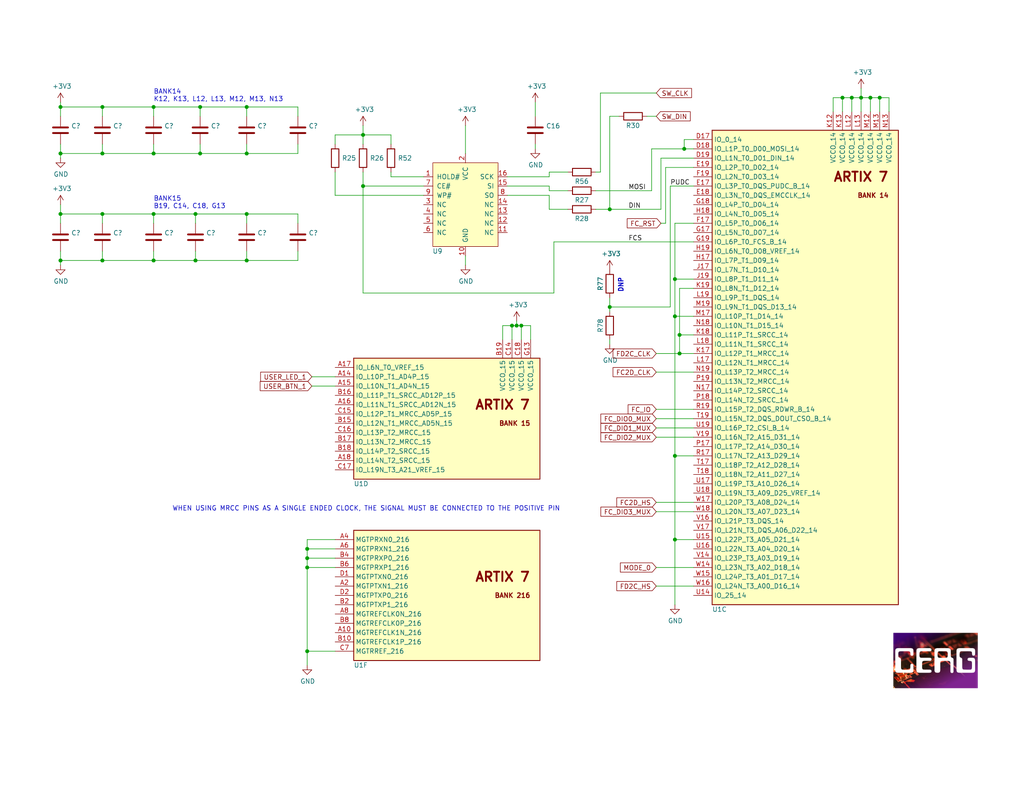
<source format=kicad_sch>
(kicad_sch (version 20211123) (generator eeschema)
  (paper "USLetter")
  (title_block (title "FOBOS Artix-7 a12t DUT - FPGA ") (date "2020-07-28") (rev "1.0") (company "Cryptographic Engineering Research Group") (comment 1 "License: Apache License Version 2.0") (comment 2 "Copyright © Cryptographic Engineering Research Group") (comment 3 "Author: Jens-Peter Kaps, Eddie Ferrufino") (comment 4 "Project: FOBOS Artix-7 a12t DUT"))
  (lib_symbols
    (symbol "Device:C" (pin_numbers hide) (pin_names (offset 0.254))
      (property "Reference" "C" (at 0.635 2.54 0))
      (property "Value" "C" (at 0.635 -2.54 0))
      (symbol "C_0_1"
        (polyline (pts (xy -2.032 -0.762) (xy 2.032 -0.762)) (stroke (width 0.508)))
        (polyline (pts (xy -2.032 0.762) (xy 2.032 0.762)) (stroke (width 0.508)))
      )
      (symbol "C_1_1"
        (pin passive line (at 0 3.81 270) (length 2.794) (name "~") (number "1"))
        (pin passive line (at 0 -3.81 90) (length 2.794) (name "~") (number "2"))
      )
    )
    (symbol "Device:R" (pin_numbers hide) (pin_names (offset 0))
      (property "Reference" "R" (at 2.032 0 90))
      (property "Value" "R" (at 0 0 90))
      (symbol "R_0_1"
        (rectangle (start -1.016 -2.54) (end 1.016 2.54) (stroke (width 0.254)))
      )
      (symbol "R_1_1"
        (pin passive line (at 0 3.81 270) (length 1.27) (name "~") (number "1"))
        (pin passive line (at 0 -3.81 90) (length 1.27) (name "~") (number "2"))
      )
    )
    (symbol "cerg:IS25LP256D-JMLE" (pin_names (offset 1.016))
      (property "Reference" "U" (at 1.27 1.27 0))
      (property "Value" "IS25LP256D-JMLE" (at 19.05 -24.13 0))
      (symbol "IS25LP256D-JMLE_0_1"
        (rectangle (start 0 0) (end 17.78 -22.86) (fill (type background)))
      )
      (symbol "IS25LP256D-JMLE_1_1"
        (pin passive line (at -2.54 -3.81 0) (length 2.54) (name "HOLD#") (number "1"))
        (pin passive line (at 8.89 -25.4 90) (length 2.54) (name "GND") (number "10"))
        (pin passive line (at 20.32 -19.05 180) (length 2.54) (name "NC") (number "11"))
        (pin passive line (at 20.32 -16.51 180) (length 2.54) (name "NC") (number "12"))
        (pin passive line (at 20.32 -13.97 180) (length 2.54) (name "NC") (number "13"))
        (pin passive line (at 20.32 -11.43 180) (length 2.54) (name "NC") (number "14"))
        (pin passive line (at 20.32 -6.35 180) (length 2.54) (name "SI") (number "15"))
        (pin passive line (at 20.32 -3.81 180) (length 2.54) (name "SCK") (number "16"))
        (pin passive line (at 8.89 2.54 270) (length 2.54) (name "VCC") (number "2"))
        (pin passive line (at -2.54 -11.43 0) (length 2.54) (name "NC") (number "3"))
        (pin passive line (at -2.54 -13.97 0) (length 2.54) (name "NC") (number "4"))
        (pin passive line (at -2.54 -16.51 0) (length 2.54) (name "NC") (number "5"))
        (pin passive line (at -2.54 -19.05 0) (length 2.54) (name "NC") (number "6"))
        (pin passive line (at -2.54 -6.35 0) (length 2.54) (name "CE#") (number "7"))
        (pin passive line (at 20.32 -8.89 180) (length 2.54) (name "SO") (number "8"))
        (pin passive line (at -2.54 -8.89 0) (length 2.54) (name "WP#") (number "9"))
      )
    )
    (symbol "cerg:XC7A12T-CPG238"
      (property "Reference" "U" (at 5.08 7.62 0))
      (property "Value" "XC7A12T-CPG238" (at 5.08 5.08 0))
      (symbol "XC7A12T-CPG238_1_0"
        (text "ARTIX 7" (at 30.48 -10.16 0) (effects (font (size 2.54 2.54) bold)))
        (text "POWER" (at 30.48 -15.24 0) (effects (font (size 1.27 1.27) bold)))
        (pin power_in line (at 0 -31.75 0) (length 5.08) (name "GND") (number "A1"))
        (pin power_in line (at 66.04 -36.83 180) (length 5.08) (name "GND") (number "A19"))
        (pin power_in line (at 66.04 -31.75 180) (length 5.08) (name "GND") (number "A3"))
        (pin power_in line (at 0 -34.29 0) (length 5.08) (name "GND") (number "A5"))
        (pin power_in line (at 66.04 -34.29 180) (length 5.08) (name "GND") (number "A7"))
        (pin power_in line (at 0 -36.83 0) (length 5.08) (name "GND") (number "A9"))
        (pin bidirectional line (at 0 -20.32 0) (length 5.08) (name "MGTAVTT") (number "B1"))
        (pin power_in line (at 0 -44.45 0) (length 5.08) (name "GND") (number "B14"))
        (pin power_in line (at 0 -39.37 0) (length 5.08) (name "GND") (number "B3"))
        (pin power_in line (at 66.04 -39.37 180) (length 5.08) (name "GND") (number "B5"))
        (pin power_in line (at 0 -41.91 0) (length 5.08) (name "GND") (number "B7"))
        (pin power_in line (at 66.04 -41.91 180) (length 5.08) (name "GND") (number "B9"))
        (pin power_in line (at 0 -7.62 0) (length 5.08) (name "MGTAVCC") (number "C1"))
        (pin power_in line (at 66.04 -49.53 180) (length 5.08) (name "GND") (number "C10"))
        (pin power_in line (at 0 -52.07 0) (length 5.08) (name "GND") (number "C19"))
        (pin power_in line (at 66.04 -44.45 180) (length 5.08) (name "GND") (number "C2"))
        (pin power_in line (at 0 -46.99 0) (length 5.08) (name "GND") (number "C3"))
        (pin power_in line (at 66.04 -46.99 180) (length 5.08) (name "GND") (number "C4"))
        (pin bidirectional line (at 0 -22.86 0) (length 5.08) (name "MGTAVTT") (number "C5"))
        (pin power_in line (at 0 -49.53 0) (length 5.08) (name "GND") (number "C6"))
        (pin power_in line (at 66.04 -52.07 180) (length 5.08) (name "GND") (number "D3"))
        (pin power_in line (at 0 -10.16 0) (length 5.08) (name "MGTAVCC") (number "E1"))
        (pin bidirectional line (at 0 -17.78 0) (length 5.08) (name "MGTAVTT") (number "E2"))
        (pin power_in line (at 0 -54.61 0) (length 5.08) (name "GND") (number "E3"))
        (pin power_in line (at 66.04 -54.61 180) (length 5.08) (name "GND") (number "F1"))
        (pin power_in line (at 0 -59.69 0) (length 5.08) (name "GND") (number "F18"))
        (pin power_in line (at 0 -57.15 0) (length 5.08) (name "GND") (number "F2"))
        (pin power_in line (at 66.04 -57.15 180) (length 5.08) (name "GND") (number "F3"))
        (pin power_in line (at 66.04 0 180) (length 5.08) (name "VCCINT") (number "G10"))
        (pin power_in line (at 0 -62.23 0) (length 5.08) (name "GND") (number "G11"))
        (pin bidirectional line (at 0 -25.4 0) (length 5.08) (name "MGTAVTT") (number "G7"))
        (pin power_in line (at 66.04 -59.69 180) (length 5.08) (name "GND") (number "G8"))
        (pin power_in line (at 0 -12.7 0) (length 5.08) (name "MGTAVCC") (number "G9"))
        (pin power_in line (at 66.04 -2.54 180) (length 5.08) (name "VCCINT") (number "H10"))
        (pin power_in line (at 66.04 -64.77 180) (length 5.08) (name "GND") (number "H11"))
        (pin power_in line (at 0 -67.31 0) (length 5.08) (name "GND") (number "H12"))
        (pin power_in line (at 0 0 0) (length 5.08) (name "VCCAUX") (number "H13"))
        (pin power_in line (at 66.04 -62.23 180) (length 5.08) (name "GND") (number "H7"))
        (pin power_in line (at 0 -64.77 0) (length 5.08) (name "GND") (number "H8"))
        (pin power_in line (at 0 -15.24 0) (length 5.08) (name "MGTAVCC") (number "H9"))
        (pin power_in line (at 66.04 -5.08 180) (length 5.08) (name "VCCINT") (number "J10"))
        (pin power_in line (at 0 -72.39 0) (length 5.08) (name "GND") (number "J11"))
        (pin power_in line (at 66.04 -72.39 180) (length 5.08) (name "GND") (number "J12"))
        (pin power_in line (at 0 -2.54 0) (length 5.08) (name "VCCAUX") (number "J13"))
        (pin power_in line (at 0 -74.93 0) (length 5.08) (name "GND") (number "J18"))
        (pin power_in line (at 66.04 -67.31 180) (length 5.08) (name "GND") (number "J2"))
        (pin power_in line (at 0 -69.85 0) (length 5.08) (name "GND") (number "J8"))
        (pin power_in line (at 66.04 -69.85 180) (length 5.08) (name "GND") (number "J9"))
        (pin power_in line (at 66.04 -74.93 180) (length 5.08) (name "GND") (number "K8"))
        (pin power_in line (at 66.04 -7.62 180) (length 5.08) (name "VCCINT") (number "L10"))
        (pin power_in line (at 0 -80.01 0) (length 5.08) (name "GND") (number "L11"))
        (pin power_in line (at 0 -77.47 0) (length 5.08) (name "GND") (number "L8"))
        (pin power_in line (at 66.04 -77.47 180) (length 5.08) (name "GND") (number "L9"))
        (pin power_in line (at 66.04 -10.16 180) (length 5.08) (name "VCCINT") (number "M10"))
        (pin power_in line (at 66.04 -19.05 180) (length 5.08) (name "VCCBRAM") (number "M11"))
        (pin power_in line (at 66.04 -82.55 180) (length 5.08) (name "GND") (number "M18"))
        (pin power_in line (at 66.04 -80.01 180) (length 5.08) (name "GND") (number "M2"))
        (pin power_in line (at 0 -82.55 0) (length 5.08) (name "GND") (number "M9"))
        (pin power_in line (at 66.04 -12.7 180) (length 5.08) (name "VCCINT") (number "N10"))
        (pin power_in line (at 66.04 -16.51 180) (length 5.08) (name "VCCBRAM") (number "N11"))
        (pin power_in line (at 66.04 -85.09 180) (length 5.08) (name "GND") (number "N12"))
        (pin power_in line (at 0 -85.09 0) (length 5.08) (name "GND") (number "N9"))
        (pin power_in line (at 66.04 -87.63 180) (length 5.08) (name "GND") (number "R18"))
        (pin power_in line (at 0 -87.63 0) (length 5.08) (name "GND") (number "R2"))
        (pin power_in line (at 66.04 -92.71 180) (length 5.08) (name "GND") (number "V12"))
        (pin power_in line (at 0 -95.25 0) (length 5.08) (name "GND") (number "V15"))
        (pin power_in line (at 66.04 -95.25 180) (length 5.08) (name "GND") (number "V18"))
        (pin power_in line (at 0 -90.17 0) (length 5.08) (name "GND") (number "V2"))
        (pin power_in line (at 66.04 -90.17 180) (length 5.08) (name "GND") (number "V5"))
        (pin power_in line (at 0 -92.71 0) (length 5.08) (name "GND") (number "V8"))
        (pin power_in line (at 0 -97.79 0) (length 5.08) (name "GND") (number "W1"))
        (pin power_in line (at 66.04 -97.79 180) (length 5.08) (name "GND") (number "W19"))
      )
      (symbol "XC7A12T-CPG238_1_1"
        (rectangle (start 5.08 -100.33) (end 60.96 2.54) (stroke (width 0.254)) (fill (type background)))
      )
      (symbol "XC7A12T-CPG238_2_0"
        (text "ARTIX 7" (at 53.34 -10.16 0) (effects (font (size 2.54 2.54) bold) (justify right)))
        (text "BANK 0" (at 53.34 -15.24 0) (effects (font (size 1.27 1.27) bold) (justify right)))
        (pin bidirectional line (at 0 -50.8 0) (length 5.08) (name "DXP_0") (number "A11"))
        (pin bidirectional line (at 0 -40.64 0) (length 5.08) (name "VP_0") (number "A12"))
        (pin bidirectional line (at 0 -43.18 0) (length 5.08) (name "VREFN_0") (number "A13"))
        (pin bidirectional line (at 0 -48.26 0) (length 5.08) (name "DXN_0") (number "B11"))
        (pin bidirectional line (at 0 -45.72 0) (length 5.08) (name "VREFP_0") (number "B12"))
        (pin bidirectional line (at 0 -38.1 0) (length 5.08) (name "VN_0") (number "B13"))
        (pin bidirectional line (at 0 -2.54 0) (length 5.08) (name "CCLK_0") (number "C11"))
        (pin power_in line (at 45.72 -57.15 90) (length 5.08) (name "GNDADC_0") (number "C12"))
        (pin power_in line (at 45.72 7.62 270) (length 5.08) (name "VCCADC_0") (number "C13"))
        (pin bidirectional line (at 0 -27.94 0) (length 5.08) (name "TCK_0") (number "C8"))
        (pin power_in line (at 48.26 7.62 270) (length 5.08) (name "VCCBATT_0") (number "C9"))
        (pin power_in line (at 50.8 7.62 270) (length 5.08) (name "VCCO_0") (number "G12"))
        (pin bidirectional line (at 0 -12.7 0) (length 5.08) (name "PROGRAM_B_0") (number "U10"))
        (pin bidirectional line (at 0 -7.62 0) (length 5.08) (name "DONE_0") (number "U11"))
        (pin bidirectional line (at 0 -5.08 0) (length 5.08) (name "CFGBVS_0") (number "U12"))
        (pin bidirectional line (at 0 -22.86 0) (length 5.08) (name "M2_0") (number "U13"))
        (pin bidirectional line (at 0 -33.02 0) (length 5.08) (name "TDO_0") (number "V10"))
        (pin power_in line (at 53.34 7.62 270) (length 5.08) (name "VCCO_0") (number "V11"))
        (pin bidirectional line (at 0 -17.78 0) (length 5.08) (name "M0_0") (number "V13"))
        (pin bidirectional line (at 0 -35.56 0) (length 5.08) (name "TMS_0") (number "W10"))
        (pin bidirectional line (at 0 -30.48 0) (length 5.08) (name "TDI_0") (number "W11"))
        (pin bidirectional line (at 0 -10.16 0) (length 5.08) (name "INIT_B_0") (number "W12"))
        (pin bidirectional line (at 0 -20.32 0) (length 5.08) (name "M1_0") (number "W13"))
      )
      (symbol "XC7A12T-CPG238_2_1"
        (rectangle (start 5.08 -52.07) (end 55.88 2.54) (stroke (width 0.254)) (fill (type background)))
      )
      (symbol "XC7A12T-CPG238_3_0"
        (rectangle (start 5.08 2.54) (end 55.88 -127) (stroke (width 0.254)) (fill (type background)))
        (text "ARTIX 7" (at 53.34 -10.16 0) (effects (font (size 2.54 2.54) bold) (justify right)))
        (text "BANK 14" (at 53.34 -15.24 0) (effects (font (size 1.27 1.27) bold) (justify right)))
        (pin bidirectional line (at 0 0 0) (length 5.08) (name "IO_0_14") (number "D17"))
        (pin bidirectional line (at 0 -2.54 0) (length 5.08) (name "IO_L1P_T0_D00_MOSI_14") (number "D18"))
        (pin bidirectional line (at 0 -5.08 0) (length 5.08) (name "IO_L1N_T0_D01_DIN_14") (number "D19"))
        (pin bidirectional line (at 0 -12.7 0) (length 5.08) (name "IO_L3P_T0_DQS_PUDC_B_14") (number "E17"))
        (pin bidirectional line (at 0 -15.24 0) (length 5.08) (name "IO_L3N_T0_DQS_EMCCLK_14") (number "E18"))
        (pin bidirectional line (at 0 -7.62 0) (length 5.08) (name "IO_L2P_T0_D02_14") (number "E19"))
        (pin bidirectional line (at 0 -22.86 0) (length 5.08) (name "IO_L5P_T0_D06_14") (number "F17"))
        (pin bidirectional line (at 0 -10.16 0) (length 5.08) (name "IO_L2N_T0_D03_14") (number "F19"))
        (pin bidirectional line (at 0 -25.4 0) (length 5.08) (name "IO_L5N_T0_D07_14") (number "G17"))
        (pin bidirectional line (at 0 -17.78 0) (length 5.08) (name "IO_L4P_T0_D04_14") (number "G18"))
        (pin bidirectional line (at 0 -27.94 0) (length 5.08) (name "IO_L6P_T0_FCS_B_14") (number "G19"))
        (pin bidirectional line (at 0 -33.02 0) (length 5.08) (name "IO_L7P_T1_D09_14") (number "H17"))
        (pin bidirectional line (at 0 -20.32 0) (length 5.08) (name "IO_L4N_T0_D05_14") (number "H18"))
        (pin bidirectional line (at 0 -30.48 0) (length 5.08) (name "IO_L6N_T0_D08_VREF_14") (number "H19"))
        (pin bidirectional line (at 0 -35.56 0) (length 5.08) (name "IO_L7N_T1_D10_14") (number "J17"))
        (pin bidirectional line (at 0 -38.1 0) (length 5.08) (name "IO_L8P_T1_D11_14") (number "J19"))
        (pin power_in line (at 38.1 7.62 270) (length 5.08) (name "VCCO_14") (number "K12"))
        (pin power_in line (at 40.64 7.62 270) (length 5.08) (name "VCCO_14") (number "K13"))
        (pin bidirectional line (at 0 -58.42 0) (length 5.08) (name "IO_L12P_T1_MRCC_14") (number "K17"))
        (pin bidirectional line (at 0 -53.34 0) (length 5.08) (name "IO_L11P_T1_SRCC_14") (number "K18"))
        (pin bidirectional line (at 0 -40.64 0) (length 5.08) (name "IO_L8N_T1_D12_14") (number "K19"))
        (pin power_in line (at 43.18 7.62 270) (length 5.08) (name "VCCO_14") (number "L12"))
        (pin power_in line (at 45.72 7.62 270) (length 5.08) (name "VCCO_14") (number "L13"))
        (pin bidirectional line (at 0 -60.96 0) (length 5.08) (name "IO_L12N_T1_MRCC_14") (number "L17"))
        (pin bidirectional line (at 0 -55.88 0) (length 5.08) (name "IO_L11N_T1_SRCC_14") (number "L18"))
        (pin bidirectional line (at 0 -43.18 0) (length 5.08) (name "IO_L9P_T1_DQS_14") (number "L19"))
        (pin power_in line (at 48.26 7.62 270) (length 5.08) (name "VCCO_14") (number "M12"))
        (pin power_in line (at 50.8 7.62 270) (length 5.08) (name "VCCO_14") (number "M13"))
        (pin bidirectional line (at 0 -48.26 0) (length 5.08) (name "IO_L10P_T1_D14_14") (number "M17"))
        (pin bidirectional line (at 0 -45.72 0) (length 5.08) (name "IO_L9N_T1_DQS_D13_14") (number "M19"))
        (pin power_in line (at 53.34 7.62 270) (length 5.08) (name "VCCO_14") (number "N13"))
        (pin bidirectional line (at 0 -68.58 0) (length 5.08) (name "IO_L14P_T2_SRCC_14") (number "N17"))
        (pin bidirectional line (at 0 -50.8 0) (length 5.08) (name "IO_L10N_T1_D15_14") (number "N18"))
        (pin bidirectional line (at 0 -63.5 0) (length 5.08) (name "IO_L13P_T2_MRCC_14") (number "N19"))
        (pin bidirectional line (at 0 -83.82 0) (length 5.08) (name "IO_L17P_T2_A14_D30_14") (number "P17"))
        (pin bidirectional line (at 0 -71.12 0) (length 5.08) (name "IO_L14N_T2_SRCC_14") (number "P18"))
        (pin bidirectional line (at 0 -66.04 0) (length 5.08) (name "IO_L13N_T2_MRCC_14") (number "P19"))
        (pin bidirectional line (at 0 -86.36 0) (length 5.08) (name "IO_L17N_T2_A13_D29_14") (number "R17"))
        (pin bidirectional line (at 0 -73.66 0) (length 5.08) (name "IO_L15P_T2_DQS_RDWR_B_14") (number "R19"))
        (pin bidirectional line (at 0 -88.9 0) (length 5.08) (name "IO_L18P_T2_A12_D28_14") (number "T17"))
        (pin bidirectional line (at 0 -91.44 0) (length 5.08) (name "IO_L18N_T2_A11_D27_14") (number "T18"))
        (pin bidirectional line (at 0 -76.2 0) (length 5.08) (name "IO_L15N_T2_DQS_DOUT_CSO_B_14") (number "T19"))
        (pin bidirectional line (at 0 -124.46 0) (length 5.08) (name "IO_25_14") (number "U14"))
        (pin bidirectional line (at 0 -109.22 0) (length 5.08) (name "IO_L22P_T3_A05_D21_14") (number "U15"))
        (pin bidirectional line (at 0 -111.76 0) (length 5.08) (name "IO_L22N_T3_A04_D20_14") (number "U16"))
        (pin bidirectional line (at 0 -93.98 0) (length 5.08) (name "IO_L19P_T3_A10_D26_14") (number "U17"))
        (pin bidirectional line (at 0 -96.52 0) (length 5.08) (name "IO_L19N_T3_A09_D25_VREF_14") (number "U18"))
        (pin bidirectional line (at 0 -78.74 0) (length 5.08) (name "IO_L16P_T2_CSI_B_14") (number "U19"))
        (pin bidirectional line (at 0 -114.3 0) (length 5.08) (name "IO_L23P_T3_A03_D19_14") (number "V14"))
        (pin bidirectional line (at 0 -104.14 0) (length 5.08) (name "IO_L21P_T3_DQS_14") (number "V16"))
        (pin bidirectional line (at 0 -106.68 0) (length 5.08) (name "IO_L21N_T3_DQS_A06_D22_14") (number "V17"))
        (pin bidirectional line (at 0 -81.28 0) (length 5.08) (name "IO_L16N_T2_A15_D31_14") (number "V19"))
        (pin bidirectional line (at 0 -116.84 0) (length 5.08) (name "IO_L23N_T3_A02_D18_14") (number "W14"))
        (pin bidirectional line (at 0 -119.38 0) (length 5.08) (name "IO_L24P_T3_A01_D17_14") (number "W15"))
        (pin bidirectional line (at 0 -121.92 0) (length 5.08) (name "IO_L24N_T3_A00_D16_14") (number "W16"))
        (pin bidirectional line (at 0 -99.06 0) (length 5.08) (name "IO_L20P_T3_A08_D24_14") (number "W17"))
        (pin bidirectional line (at 0 -101.6 0) (length 5.08) (name "IO_L20N_T3_A07_D23_14") (number "W18"))
      )
      (symbol "XC7A12T-CPG238_4_0"
        (rectangle (start 5.08 2.54) (end 55.88 -30.48) (stroke (width 0.254)) (fill (type background)))
        (text "ARTIX 7" (at 53.34 -10.16 0) (effects (font (size 2.54 2.54) bold) (justify right)))
        (text "BANK 15" (at 53.34 -15.24 0) (effects (font (size 1.27 1.27) bold) (justify right)))
        (pin bidirectional line (at 0 -2.54 0) (length 5.08) (name "IO_L10P_T1_AD4P_15") (number "A14"))
        (pin bidirectional line (at 0 -5.08 0) (length 5.08) (name "IO_L10N_T1_AD4N_15") (number "A15"))
        (pin bidirectional line (at 0 -10.16 0) (length 5.08) (name "IO_L11N_T1_SRCC_AD12N_15") (number "A16"))
        (pin bidirectional line (at 0 0 0) (length 5.08) (name "IO_L6N_T0_VREF_15") (number "A17"))
        (pin bidirectional line (at 0 -25.4 0) (length 5.08) (name "IO_L14N_T2_SRCC_15") (number "A18"))
        (pin bidirectional line (at 0 -15.24 0) (length 5.08) (name "IO_L12N_T1_MRCC_AD5N_15") (number "B15"))
        (pin bidirectional line (at 0 -7.62 0) (length 5.08) (name "IO_L11P_T1_SRCC_AD12P_15") (number "B16"))
        (pin bidirectional line (at 0 -20.32 0) (length 5.08) (name "IO_L13N_T2_MRCC_15") (number "B17"))
        (pin bidirectional line (at 0 -22.86 0) (length 5.08) (name "IO_L14P_T2_SRCC_15") (number "B18"))
        (pin power_in line (at 45.72 7.62 270) (length 5.08) (name "VCCO_15") (number "B19"))
        (pin power_in line (at 48.26 7.62 270) (length 5.08) (name "VCCO_15") (number "C14"))
        (pin bidirectional line (at 0 -12.7 0) (length 5.08) (name "IO_L12P_T1_MRCC_AD5P_15") (number "C15"))
        (pin bidirectional line (at 0 -17.78 0) (length 5.08) (name "IO_L13P_T2_MRCC_15") (number "C16"))
        (pin bidirectional line (at 0 -27.94 0) (length 5.08) (name "IO_L19N_T3_A21_VREF_15") (number "C17"))
        (pin power_in line (at 50.8 7.62 270) (length 5.08) (name "VCCO_15") (number "C18"))
        (pin power_in line (at 53.34 7.62 270) (length 5.08) (name "VCCO_15") (number "G13"))
      )
      (symbol "XC7A12T-CPG238_5_0"
        (rectangle (start 5.08 2.54) (end 55.88 -127) (stroke (width 0.254)) (fill (type background)))
        (text "ARTIX 7" (at 53.34 -10.16 0) (effects (font (size 2.54 2.54) bold) (justify right)))
        (text "BANK 34" (at 53.34 -15.24 0) (effects (font (size 1.27 1.27) bold) (justify right)))
        (pin bidirectional line (at 0 -5.08 0) (length 5.08) (name "IO_L1N_T0_34") (number "G1"))
        (pin bidirectional line (at 0 -2.54 0) (length 5.08) (name "IO_L1P_T0_34") (number "G2"))
        (pin bidirectional line (at 0 0 0) (length 5.08) (name "IO_0_34") (number "G3"))
        (pin bidirectional line (at 0 -12.7 0) (length 5.08) (name "IO_L3P_T0_DQS_34") (number "H1"))
        (pin bidirectional line (at 0 -10.16 0) (length 5.08) (name "IO_L2N_T0_34") (number "H2"))
        (pin bidirectional line (at 0 -7.62 0) (length 5.08) (name "IO_L2P_T0_34") (number "H3"))
        (pin bidirectional line (at 0 -15.24 0) (length 5.08) (name "IO_L3N_T0_DQS_34") (number "J1"))
        (pin bidirectional line (at 0 -22.86 0) (length 5.08) (name "IO_L5P_T0_34") (number "J3"))
        (pin power_in line (at 38.1 7.62 270) (length 5.08) (name "VCCO_34") (number "J7"))
        (pin bidirectional line (at 0 -20.32 0) (length 5.08) (name "IO_L4N_T0_34") (number "K1"))
        (pin bidirectional line (at 0 -17.78 0) (length 5.08) (name "IO_L4P_T0_34") (number "K2"))
        (pin bidirectional line (at 0 -25.4 0) (length 5.08) (name "IO_L5N_T0_34") (number "K3"))
        (pin power_in line (at 40.64 7.62 270) (length 5.08) (name "VCCO_34") (number "K7"))
        (pin bidirectional line (at 0 -33.02 0) (length 5.08) (name "IO_L7P_T1_34") (number "L1"))
        (pin bidirectional line (at 0 -30.48 0) (length 5.08) (name "IO_L6N_T0_VREF_34") (number "L2"))
        (pin bidirectional line (at 0 -27.94 0) (length 5.08) (name "IO_L6P_T0_34") (number "L3"))
        (pin power_in line (at 43.18 7.62 270) (length 5.08) (name "VCCO_34") (number "L7"))
        (pin bidirectional line (at 0 -35.56 0) (length 5.08) (name "IO_L7N_T1_34") (number "M1"))
        (pin bidirectional line (at 0 -48.26 0) (length 5.08) (name "IO_L10P_T1_34") (number "M3"))
        (pin power_in line (at 45.72 7.62 270) (length 5.08) (name "VCCO_34") (number "M7"))
        (pin power_in line (at 48.26 7.62 270) (length 5.08) (name "VCCO_34") (number "M8"))
        (pin bidirectional line (at 0 -43.18 0) (length 5.08) (name "IO_L9P_T1_DQS_34") (number "N1"))
        (pin bidirectional line (at 0 -38.1 0) (length 5.08) (name "IO_L8P_T1_34") (number "N2"))
        (pin bidirectional line (at 0 -50.8 0) (length 5.08) (name "IO_L10N_T1_34") (number "N3"))
        (pin power_in line (at 50.8 7.62 270) (length 5.08) (name "VCCO_34") (number "N7"))
        (pin power_in line (at 53.34 7.62 270) (length 5.08) (name "VCCO_34") (number "N8"))
        (pin bidirectional line (at 0 -45.72 0) (length 5.08) (name "IO_L9N_T1_DQS_34") (number "P1"))
        (pin bidirectional line (at 0 -40.64 0) (length 5.08) (name "IO_L8N_T1_34") (number "P2"))
        (pin bidirectional line (at 0 -58.42 0) (length 5.08) (name "IO_L12P_T1_MRCC_34") (number "P3"))
        (pin bidirectional line (at 0 -53.34 0) (length 5.08) (name "IO_L11P_T1_SRCC_34") (number "R1"))
        (pin bidirectional line (at 0 -60.96 0) (length 5.08) (name "IO_L12N_T1_MRCC_34") (number "R3"))
        (pin bidirectional line (at 0 -55.88 0) (length 5.08) (name "IO_L11N_T1_SRCC_34") (number "T1"))
        (pin bidirectional line (at 0 -66.04 0) (length 5.08) (name "IO_L13N_T2_MRCC_34") (number "T2"))
        (pin bidirectional line (at 0 -63.5 0) (length 5.08) (name "IO_L13P_T2_MRCC_34") (number "T3"))
        (pin bidirectional line (at 0 -68.58 0) (length 5.08) (name "IO_L14P_T2_SRCC_34") (number "U1"))
        (pin bidirectional line (at 0 -76.2 0) (length 5.08) (name "IO_L15N_T2_DQS_34") (number "U2"))
        (pin bidirectional line (at 0 -73.66 0) (length 5.08) (name "IO_L15P_T2_DQS_34") (number "U3"))
        (pin bidirectional line (at 0 -78.74 0) (length 5.08) (name "IO_L16P_T2_34") (number "U4"))
        (pin bidirectional line (at 0 -96.52 0) (length 5.08) (name "IO_L19N_T3_VREF_34") (number "U5"))
        (pin bidirectional line (at 0 -93.98 0) (length 5.08) (name "IO_L19P_T3_34") (number "U6"))
        (pin bidirectional line (at 0 -104.14 0) (length 5.08) (name "IO_L21P_T3_DQS_34") (number "U7"))
        (pin bidirectional line (at 0 -111.76 0) (length 5.08) (name "IO_L22N_T3_34") (number "U8"))
        (pin bidirectional line (at 0 -109.22 0) (length 5.08) (name "IO_L22P_T3_34") (number "U9"))
        (pin bidirectional line (at 0 -71.12 0) (length 5.08) (name "IO_L14N_T2_SRCC_34") (number "V1"))
        (pin bidirectional line (at 0 -81.28 0) (length 5.08) (name "IO_L16N_T2_34") (number "V3"))
        (pin bidirectional line (at 0 -83.82 0) (length 5.08) (name "IO_L17P_T2_34") (number "V4"))
        (pin bidirectional line (at 0 -106.68 0) (length 5.08) (name "IO_L21N_T3_DQS_34") (number "V6"))
        (pin bidirectional line (at 0 -119.38 0) (length 5.08) (name "IO_L24P_T3_34") (number "V7"))
        (pin bidirectional line (at 0 -124.46 0) (length 5.08) (name "IO_25_34") (number "V9"))
        (pin bidirectional line (at 0 -91.44 0) (length 5.08) (name "IO_L18N_T2_34") (number "W2"))
        (pin bidirectional line (at 0 -88.9 0) (length 5.08) (name "IO_L18P_T2_34") (number "W3"))
        (pin bidirectional line (at 0 -86.36 0) (length 5.08) (name "IO_L17N_T2_34") (number "W4"))
        (pin bidirectional line (at 0 -101.6 0) (length 5.08) (name "IO_L20N_T3_34") (number "W5"))
        (pin bidirectional line (at 0 -99.06 0) (length 5.08) (name "IO_L20P_T3_34") (number "W6"))
        (pin bidirectional line (at 0 -121.92 0) (length 5.08) (name "IO_L24N_T3_34") (number "W7"))
        (pin bidirectional line (at 0 -116.84 0) (length 5.08) (name "IO_L23N_T3_34") (number "W8"))
        (pin bidirectional line (at 0 -114.3 0) (length 5.08) (name "IO_L23P_T3_34") (number "W9"))
      )
      (symbol "XC7A12T-CPG238_6_0"
        (rectangle (start 5.08 2.54) (end 55.88 -33.02) (stroke (width 0.254)) (fill (type background)))
        (text "ARTIX 7" (at 53.34 -10.16 0) (effects (font (size 2.54 2.54) bold) (justify right)))
        (text "BANK 216" (at 53.34 -15.24 0) (effects (font (size 1.27 1.27) bold) (justify right)))
        (pin bidirectional line (at 0 -25.4 0) (length 5.08) (name "MGTREFCLK1N_216") (number "A10"))
        (pin bidirectional line (at 0 -12.7 0) (length 5.08) (name "MGTPTXN1_216") (number "A2"))
        (pin bidirectional line (at 0 0 0) (length 5.08) (name "MGTPRXN0_216") (number "A4"))
        (pin bidirectional line (at 0 -2.54 0) (length 5.08) (name "MGTPRXN1_216") (number "A6"))
        (pin bidirectional line (at 0 -20.32 0) (length 5.08) (name "MGTREFCLK0N_216") (number "A8"))
        (pin bidirectional line (at 0 -27.94 0) (length 5.08) (name "MGTREFCLK1P_216") (number "B10"))
        (pin bidirectional line (at 0 -17.78 0) (length 5.08) (name "MGTPTXP1_216") (number "B2"))
        (pin bidirectional line (at 0 -5.08 0) (length 5.08) (name "MGTPRXP0_216") (number "B4"))
        (pin bidirectional line (at 0 -7.62 0) (length 5.08) (name "MGTPRXP1_216") (number "B6"))
        (pin bidirectional line (at 0 -22.86 0) (length 5.08) (name "MGTREFCLK0P_216") (number "B8"))
        (pin bidirectional line (at 0 -30.48 0) (length 5.08) (name "MGTRREF_216") (number "C7"))
        (pin bidirectional line (at 0 -10.16 0) (length 5.08) (name "MGTPTXN0_216") (number "D1"))
        (pin bidirectional line (at 0 -15.24 0) (length 5.08) (name "MGTPTXP0_216") (number "D2"))
      )
    )
    (symbol "power:+3V3" (power) (pin_names (offset 0))
      (property "Value" "+3V3" (at 0 3.556 0))
      (symbol "+3V3_0_1"
        (polyline (pts (xy -0.762 1.27) (xy 0 2.54)))
        (polyline (pts (xy 0 0) (xy 0 2.54)))
        (polyline (pts (xy 0 2.54) (xy 0.762 1.27)))
      )
      (symbol "+3V3_1_1"
        (pin power_in line (at 0 0 90) (length 0) hide (name "+3V3") (number "1"))
      )
    )
    (symbol "power:GND" (power) (pin_names (offset 0))
      (property "Value" "GND" (at 0 -3.81 0))
      (symbol "GND_0_1"
        (polyline (pts (xy 0 0) (xy 0 -1.27) (xy 1.27 -1.27) (xy 0 -2.54) (xy -1.27 -1.27) (xy 0 -1.27)))
      )
      (symbol "GND_1_1"
        (pin power_in line (at 0 0 270) (length 0) hide (name "GND") (number "1"))
      )
    )
  )
  (junction (at 237.49 26.67))
  (junction (at 41.91 41.91))
  (junction (at 16.51 41.91))
  (junction (at 27.94 29.21))
  (junction (at 142.24 88.9))
  (junction (at 53.34 71.12))
  (junction (at 53.34 58.42))
  (junction (at 27.94 58.42))
  (junction (at 83.82 177.8))
  (junction (at 240.03 26.67))
  (junction (at 166.37 57.15))
  (junction (at 166.37 83.82))
  (junction (at 184.15 124.46))
  (junction (at 140.97 88.9))
  (junction (at 184.15 147.32))
  (junction (at 185.42 91.44))
  (junction (at 83.82 152.4))
  (junction (at 229.87 26.67))
  (junction (at 83.82 149.86))
  (junction (at 184.15 76.2))
  (junction (at 232.41 26.67))
  (junction (at 67.31 58.42))
  (junction (at 139.7 88.9))
  (junction (at 186.69 40.64))
  (junction (at 16.51 71.12))
  (junction (at 16.51 29.21))
  (junction (at 184.15 86.36))
  (junction (at 27.94 41.91))
  (junction (at 234.95 26.67))
  (junction (at 54.61 41.91))
  (junction (at 54.61 29.21))
  (junction (at 27.94 71.12))
  (junction (at 185.42 96.52))
  (junction (at 99.06 50.8))
  (junction (at 16.51 58.42))
  (junction (at 67.31 41.91))
  (junction (at 41.91 58.42))
  (junction (at 41.91 71.12))
  (junction (at 67.31 29.21))
  (junction (at 99.06 36.83))
  (junction (at 83.82 154.94))
  (junction (at 67.31 71.12))
  (junction (at 41.91 29.21))
  (wire (pts (xy 81.28 29.21) (xy 67.31 29.21)))
  (wire (pts (xy 67.31 71.12) (xy 81.28 71.12)))
  (wire (pts (xy 83.82 152.4) (xy 83.82 154.94)))
  (wire (pts (xy 179.07 160.02) (xy 189.23 160.02)))
  (wire (pts (xy 91.44 102.87) (xy 85.09 102.87)))
  (wire (pts (xy 81.28 41.91) (xy 67.31 41.91)))
  (wire (pts (xy 67.31 68.58) (xy 67.31 71.12)))
  (wire (pts (xy 115.57 48.26) (xy 106.68 48.26)))
  (wire (pts (xy 27.94 68.58) (xy 27.94 71.12)))
  (wire (pts (xy 85.09 105.41) (xy 91.44 105.41)))
  (wire (pts (xy 166.37 57.15) (xy 180.34 57.15)))
  (wire (pts (xy 163.83 46.99) (xy 163.83 25.4)))
  (wire (pts (xy 67.31 41.91) (xy 54.61 41.91)))
  (wire (pts (xy 179.07 101.6) (xy 189.23 101.6)))
  (wire (pts (xy 189.23 76.2) (xy 184.15 76.2)))
  (wire (pts (xy 27.94 41.91) (xy 16.51 41.91)))
  (wire (pts (xy 140.97 88.9) (xy 140.97 87.63)))
  (wire (pts (xy 53.34 60.96) (xy 53.34 58.42)))
  (wire (pts (xy 27.94 29.21) (xy 16.51 29.21)))
  (wire (pts (xy 162.56 46.99) (xy 163.83 46.99)))
  (wire (pts (xy 149.86 46.99) (xy 149.86 48.26)))
  (wire (pts (xy 41.91 41.91) (xy 27.94 41.91)))
  (wire (pts (xy 227.33 30.48) (xy 227.33 26.67)))
  (wire (pts (xy 144.78 92.71) (xy 144.78 88.9)))
  (wire (pts (xy 182.88 50.8) (xy 182.88 83.82)))
  (wire (pts (xy 154.94 46.99) (xy 149.86 46.99)))
  (wire (pts (xy 41.91 58.42) (xy 27.94 58.42)))
  (wire (pts (xy 16.51 55.88) (xy 16.51 58.42)))
  (wire (pts (xy 168.91 31.75) (xy 166.37 31.75)))
  (wire (pts (xy 54.61 29.21) (xy 41.91 29.21)))
  (wire (pts (xy 139.7 92.71) (xy 139.7 88.9)))
  (wire (pts (xy 189.23 154.94) (xy 179.07 154.94)))
  (wire (pts (xy 91.44 152.4) (xy 83.82 152.4)))
  (wire (pts (xy 53.34 58.42) (xy 41.91 58.42)))
  (wire (pts (xy 189.23 60.96) (xy 184.15 60.96)))
  (wire (pts (xy 180.34 43.18) (xy 189.23 43.18)))
  (wire (pts (xy 185.42 96.52) (xy 179.07 96.52)))
  (wire (pts (xy 189.23 147.32) (xy 184.15 147.32)))
  (wire (pts (xy 146.05 27.94) (xy 146.05 31.75)))
  (wire (pts (xy 67.31 31.75) (xy 67.31 29.21)))
  (wire (pts (xy 27.94 71.12) (xy 16.51 71.12)))
  (wire (pts (xy 177.8 40.64) (xy 186.69 40.64)))
  (wire (pts (xy 91.44 154.94) (xy 83.82 154.94)))
  (wire (pts (xy 41.91 60.96) (xy 41.91 58.42)))
  (wire (pts (xy 27.94 39.37) (xy 27.94 41.91)))
  (wire (pts (xy 99.06 39.37) (xy 99.06 36.83)))
  (wire (pts (xy 83.82 149.86) (xy 83.82 152.4)))
  (wire (pts (xy 237.49 30.48) (xy 237.49 26.67)))
  (wire (pts (xy 184.15 86.36) (xy 184.15 124.46)))
  (wire (pts (xy 179.07 114.3) (xy 189.23 114.3)))
  (wire (pts (xy 81.28 60.96) (xy 81.28 58.42)))
  (wire (pts (xy 189.23 78.74) (xy 185.42 78.74)))
  (wire (pts (xy 83.82 177.8) (xy 83.82 181.61)))
  (wire (pts (xy 149.86 50.8) (xy 138.43 50.8)))
  (wire (pts (xy 234.95 30.48) (xy 234.95 26.67)))
  (wire (pts (xy 146.05 39.37) (xy 146.05 40.64)))
  (wire (pts (xy 189.23 50.8) (xy 182.88 50.8)))
  (wire (pts (xy 53.34 71.12) (xy 67.31 71.12)))
  (wire (pts (xy 16.51 31.75) (xy 16.51 29.21)))
  (wire (pts (xy 184.15 147.32) (xy 184.15 165.1)))
  (wire (pts (xy 240.03 30.48) (xy 240.03 26.67)))
  (wire (pts (xy 166.37 92.71) (xy 166.37 93.98)))
  (wire (pts (xy 142.24 88.9) (xy 140.97 88.9)))
  (wire (pts (xy 144.78 88.9) (xy 142.24 88.9)))
  (wire (pts (xy 229.87 26.67) (xy 232.41 26.67)))
  (wire (pts (xy 81.28 31.75) (xy 81.28 29.21)))
  (wire (pts (xy 189.23 91.44) (xy 185.42 91.44)))
  (wire (pts (xy 166.37 85.09) (xy 166.37 83.82)))
  (wire (pts (xy 184.15 76.2) (xy 184.15 86.36)))
  (wire (pts (xy 54.61 41.91) (xy 41.91 41.91)))
  (wire (pts (xy 16.51 39.37) (xy 16.51 41.91)))
  (wire (pts (xy 16.51 68.58) (xy 16.51 71.12)))
  (wire (pts (xy 16.51 71.12) (xy 16.51 72.39)))
  (wire (pts (xy 189.23 124.46) (xy 184.15 124.46)))
  (wire (pts (xy 91.44 53.34) (xy 115.57 53.34)))
  (wire (pts (xy 67.31 39.37) (xy 67.31 41.91)))
  (wire (pts (xy 81.28 39.37) (xy 81.28 41.91)))
  (wire (pts (xy 41.91 68.58) (xy 41.91 71.12)))
  (wire (pts (xy 83.82 154.94) (xy 83.82 177.8)))
  (wire (pts (xy 41.91 71.12) (xy 27.94 71.12)))
  (wire (pts (xy 151.13 66.04) (xy 151.13 80.01)))
  (wire (pts (xy 99.06 80.01) (xy 99.06 50.8)))
  (wire (pts (xy 227.33 26.67) (xy 229.87 26.67)))
  (wire (pts (xy 232.41 30.48) (xy 232.41 26.67)))
  (wire (pts (xy 186.69 38.1) (xy 186.69 40.64)))
  (wire (pts (xy 99.06 36.83) (xy 106.68 36.83)))
  (wire (pts (xy 54.61 39.37) (xy 54.61 41.91)))
  (wire (pts (xy 151.13 66.04) (xy 189.23 66.04)))
  (wire (pts (xy 229.87 30.48) (xy 229.87 26.67)))
  (wire (pts (xy 16.51 41.91) (xy 16.51 43.18)))
  (wire (pts (xy 67.31 58.42) (xy 53.34 58.42)))
  (wire (pts (xy 83.82 147.32) (xy 83.82 149.86)))
  (wire (pts (xy 41.91 31.75) (xy 41.91 29.21)))
  (wire (pts (xy 149.86 57.15) (xy 154.94 57.15)))
  (wire (pts (xy 81.28 68.58) (xy 81.28 71.12)))
  (wire (pts (xy 91.44 149.86) (xy 83.82 149.86)))
  (wire (pts (xy 189.23 38.1) (xy 186.69 38.1)))
  (wire (pts (xy 139.7 88.9) (xy 140.97 88.9)))
  (wire (pts (xy 91.44 36.83) (xy 99.06 36.83)))
  (wire (pts (xy 137.16 88.9) (xy 139.7 88.9)))
  (wire (pts (xy 189.23 139.7) (xy 179.07 139.7)))
  (wire (pts (xy 149.86 52.07) (xy 149.86 50.8)))
  (wire (pts (xy 106.68 36.83) (xy 106.68 39.37)))
  (wire (pts (xy 179.07 111.76) (xy 189.23 111.76)))
  (wire (pts (xy 166.37 83.82) (xy 166.37 81.28)))
  (wire (pts (xy 180.34 57.15) (xy 180.34 43.18)))
  (wire (pts (xy 99.06 46.99) (xy 99.06 50.8)))
  (wire (pts (xy 27.94 60.96) (xy 27.94 58.42)))
  (wire (pts (xy 185.42 91.44) (xy 185.42 96.52)))
  (wire (pts (xy 54.61 31.75) (xy 54.61 29.21)))
  (wire (pts (xy 67.31 60.96) (xy 67.31 58.42)))
  (wire (pts (xy 189.23 116.84) (xy 179.07 116.84)))
  (wire (pts (xy 137.16 92.71) (xy 137.16 88.9)))
  (wire (pts (xy 237.49 26.67) (xy 234.95 26.67)))
  (wire (pts (xy 242.57 26.67) (xy 240.03 26.67)))
  (wire (pts (xy 162.56 57.15) (xy 166.37 57.15)))
  (wire (pts (xy 177.8 52.07) (xy 177.8 40.64)))
  (wire (pts (xy 181.61 60.96) (xy 181.61 45.72)))
  (wire (pts (xy 91.44 39.37) (xy 91.44 36.83)))
  (wire (pts (xy 53.34 68.58) (xy 53.34 71.12)))
  (wire (pts (xy 27.94 58.42) (xy 16.51 58.42)))
  (wire (pts (xy 182.88 83.82) (xy 166.37 83.82)))
  (wire (pts (xy 91.44 53.34) (xy 91.44 46.99)))
  (wire (pts (xy 149.86 52.07) (xy 154.94 52.07)))
  (wire (pts (xy 41.91 29.21) (xy 27.94 29.21)))
  (wire (pts (xy 166.37 31.75) (xy 166.37 57.15)))
  (wire (pts (xy 179.07 137.16) (xy 189.23 137.16)))
  (wire (pts (xy 127 69.85) (xy 127 72.39)))
  (wire (pts (xy 185.42 78.74) (xy 185.42 91.44)))
  (wire (pts (xy 184.15 60.96) (xy 184.15 76.2)))
  (wire (pts (xy 91.44 177.8) (xy 83.82 177.8)))
  (wire (pts (xy 240.03 26.67) (xy 237.49 26.67)))
  (wire (pts (xy 127 34.29) (xy 127 41.91)))
  (wire (pts (xy 184.15 124.46) (xy 184.15 147.32)))
  (wire (pts (xy 41.91 39.37) (xy 41.91 41.91)))
  (wire (pts (xy 179.07 31.75) (xy 176.53 31.75)))
  (wire (pts (xy 41.91 71.12) (xy 53.34 71.12)))
  (wire (pts (xy 16.51 29.21) (xy 16.51 27.94)))
  (wire (pts (xy 181.61 45.72) (xy 189.23 45.72)))
  (wire (pts (xy 16.51 58.42) (xy 16.51 60.96)))
  (wire (pts (xy 189.23 86.36) (xy 184.15 86.36)))
  (wire (pts (xy 149.86 57.15) (xy 149.86 53.34)))
  (wire (pts (xy 189.23 96.52) (xy 185.42 96.52)))
  (wire (pts (xy 115.57 50.8) (xy 99.06 50.8)))
  (wire (pts (xy 106.68 48.26) (xy 106.68 46.99)))
  (wire (pts (xy 99.06 34.29) (xy 99.06 36.83)))
  (wire (pts (xy 189.23 119.38) (xy 179.07 119.38)))
  (wire (pts (xy 67.31 29.21) (xy 54.61 29.21)))
  (wire (pts (xy 91.44 147.32) (xy 83.82 147.32)))
  (wire (pts (xy 180.34 60.96) (xy 181.61 60.96)))
  (wire (pts (xy 99.06 80.01) (xy 151.13 80.01)))
  (wire (pts (xy 242.57 30.48) (xy 242.57 26.67)))
  (wire (pts (xy 27.94 31.75) (xy 27.94 29.21)))
  (wire (pts (xy 81.28 58.42) (xy 67.31 58.42)))
  (wire (pts (xy 163.83 25.4) (xy 179.07 25.4)))
  (wire (pts (xy 142.24 92.71) (xy 142.24 88.9)))
  (wire (pts (xy 232.41 26.67) (xy 234.95 26.67)))
  (wire (pts (xy 186.69 40.64) (xy 189.23 40.64)))
  (wire (pts (xy 234.95 26.67) (xy 234.95 24.13)))
  (wire (pts (xy 162.56 52.07) (xy 177.8 52.07)))
  (wire (pts (xy 149.86 48.26) (xy 138.43 48.26)))
  (wire (pts (xy 138.43 53.34) (xy 149.86 53.34)))
  (image (at 255.27 180.34) (scale 0.85))
  (text "WHEN USING MRCC PINS AS A SINGLE ENDED CLOCK, THE SIGNAL MUST BE CONNECTED TO THE POSITIVE PIN" (at 46.99 139.7 0) (effects (font (size 1.27 1.27)) (justify left bottom)))
  (text "DNP" (at 170.18 80.01 90) (effects (font (size 1.27 1.27) (thickness 0.254) bold) (justify left bottom)))
  (text "BANK15\nB19, C14, C18, G13" (at 41.91 57.15 0) (effects (font (size 1.27 1.27)) (justify left bottom)))
  (text "BANK14\nK12, K13, L12, L13, M12, M13, N13" (at 41.91 27.94 0) (effects (font (size 1.27 1.27)) (justify left bottom)))
  (label "MOSI" (at 171.45 52.07 0))
  (label "FCS" (at 171.45 66.04 0))
  (label "DIN" (at 171.45 57.15 0))
  (label "PUDC" (at 182.88 50.8 0))
  (global_label "MODE_0" (shape input) (at 179.07 154.94 180) (property "Intersheet References" "${INTERSHEET_REFS}" (effects hide)))
  (global_label "FC_DIO2_MUX" (shape input) (at 179.07 119.38 180) (property "Intersheet References" "${INTERSHEET_REFS}" (effects hide)))
  (global_label "FC_IO" (shape input) (at 179.07 111.76 180) (property "Intersheet References" "${INTERSHEET_REFS}" (effects hide)))
  (global_label "FC_RST" (shape input) (at 180.34 60.96 180) (property "Intersheet References" "${INTERSHEET_REFS}" (effects hide)))
  (global_label "USER_LED_1" (shape input) (at 85.09 102.87 180) (property "Intersheet References" "${INTERSHEET_REFS}" (effects hide)))
  (global_label "FC_DIO3_MUX" (shape input) (at 179.07 139.7 180) (property "Intersheet References" "${INTERSHEET_REFS}" (effects hide)))
  (global_label "FC2D_CLK" (shape input) (at 179.07 101.6 180) (property "Intersheet References" "${INTERSHEET_REFS}" (effects hide)))
  (global_label "USER_BTN_1" (shape input) (at 85.09 105.41 180) (property "Intersheet References" "${INTERSHEET_REFS}" (effects hide)))
  (global_label "FC2D_HS" (shape input) (at 179.07 137.16 180) (property "Intersheet References" "${INTERSHEET_REFS}" (effects hide)))
  (global_label "FC_DIO0_MUX" (shape input) (at 179.07 114.3 180) (property "Intersheet References" "${INTERSHEET_REFS}" (effects hide)))
  (global_label "FD2C_HS" (shape input) (at 179.07 160.02 180) (property "Intersheet References" "${INTERSHEET_REFS}" (effects hide)))
  (global_label "FD2C_CLK" (shape input) (at 179.07 96.52 180) (property "Intersheet References" "${INTERSHEET_REFS}" (effects hide)))
  (global_label "SW_DIN" (shape input) (at 179.07 31.75 0) (property "Intersheet References" "${INTERSHEET_REFS}" (effects hide)))
  (global_label "FC_DIO1_MUX" (shape input) (at 179.07 116.84 180) (property "Intersheet References" "${INTERSHEET_REFS}" (effects hide)))
  (global_label "SW_CLK" (shape input) (at 179.07 25.4 0) (property "Intersheet References" "${INTERSHEET_REFS}" (effects hide)))
  (symbol (lib_id "power:GND") (at 127 72.39 0) (unit 1)
    (property "Reference" "#PWR0124" (effects hide))
  )
  (symbol (lib_id "Device:C") (at 146.05 35.56 0) (unit 1)
    (property "Reference" "C16" (at 148.971 34.3916 0) (effects (justify left)))
    (property "Description" "CAP CER 0.1UF 6.3V X7R 0603" (effects hide))
    (property "MPN" "06036C104KAT4A" (effects hide))
    (property "Manufacturer" "AVX Corporation" (effects hide))
  )
  (symbol (lib_id "Device:R") (at 158.75 57.15 270) (unit 1)
    (property "Reference" "R28" (at 158.75 59.69 90))
    (property "Description" "RES SMD 33 OHM 0.5% 1/10W 0603" (effects hide))
    (property "MPN" "ERA-3AHD330V" (effects hide))
    (property "Manufacturer" "Panasonic Electronic Components" (effects hide))
  )
  (symbol (lib_id "Device:R") (at 158.75 52.07 270) (unit 1)
    (property "Reference" "R27" (at 158.75 54.61 90))
    (property "Description" "RES SMD 33 OHM 0.5% 1/10W 0603" (effects hide))
    (property "MPN" "ERA-3AHD330V" (effects hide))
    (property "Manufacturer" "Panasonic Electronic Components" (effects hide))
  )
  (symbol (lib_id "Device:R") (at 91.44 43.18 180) (unit 1)
    (property "Reference" "R25" (at 95.25 43.18 0))
    (property "Description" "RES SMD 4.7K OHM 5% 1/10W 0603" (effects hide))
    (property "MPN" "ERJ-3GEYJ472V" (effects hide))
    (property "Manufacturer" "Panasonic Electronic Components" (effects hide))
  )
  (symbol (lib_id "power:GND") (at 146.05 40.64 0) (unit 1)
    (property "Reference" "#PWR0127" (effects hide))
  )
  (symbol (lib_id "Device:R") (at 172.72 31.75 270) (unit 1)
    (property "Reference" "R30" (at 172.72 34.29 90))
    (property "Description" "RES 0 OHM JUMPER 1/10W 0603" (effects hide))
    (property "MPN" "RMCF0603ZT0R00" (effects hide))
    (property "Manufacturer" "Stackpole Electronics Inc" (effects hide))
  )
  (symbol (lib_id "cerg:IS25LP256D-JMLE") (at 118.11 44.45 0) (unit 1)
    (property "Reference" "U9" (at 119.38 68.58 0))
    (property "Datasheet" "https://www.digikey.com/en/products/detail/issi-integrated-silicon-solution-inc/IS25LP256D-JMLE/7567432" (effects hide))
    (property "MPN" "IS25LP256D-JMLE" (effects hide))
    (property "Description" "IC FLASH 256MBIT SPI/QUAD 16SOIC" (effects hide))
    (property "Manufacturer" "ISSI, Integrated Silicon Solution Inc" (effects hide))
  )
  (symbol (lib_id "Device:R") (at 106.68 43.18 180) (unit 1)
    (property "Reference" "R52" (at 110.49 43.18 0))
    (property "Description" "RES SMD 4.7K OHM 5% 1/10W 0603" (effects hide))
    (property "MPN" "ERJ-3GEYJ472V" (effects hide))
    (property "Manufacturer" "Panasonic Electronic Components" (effects hide))
  )
  (symbol (lib_id "Device:R") (at 99.06 43.18 180) (unit 1)
    (property "Reference" "R26" (at 102.87 43.18 0))
    (property "Description" "RES SMD 4.7K OHM 5% 1/10W 0603" (effects hide))
    (property "MPN" "ERJ-3GEYJ472V" (effects hide))
    (property "Manufacturer" "Panasonic Electronic Components" (effects hide))
  )
  (symbol (lib_id "Device:R") (at 158.75 46.99 270) (unit 1)
    (property "Reference" "R56" (at 158.75 49.53 90))
    (property "Description" "RES SMD 33 OHM 0.5% 1/10W 0603" (effects hide))
    (property "MPN" "ERA-3AHD330V" (effects hide))
    (property "Manufacturer" "Panasonic Electronic Components" (effects hide))
  )
  (symbol (lib_id "power:+3V3") (at 99.06 34.29 0) (unit 1)
    (property "Reference" "#PWR?" (effects hide))
  )
  (symbol (lib_id "power:+3V3") (at 146.05 27.94 0) (unit 1)
    (property "Reference" "#PWR?" (effects hide))
  )
  (symbol (lib_id "power:+3V3") (at 127 34.29 0) (unit 1)
    (property "Reference" "#PWR?" (effects hide))
  )
  (symbol (lib_id "power:+3V3") (at 234.95 24.13 0) (unit 1)
    (property "Reference" "#PWR?" (effects hide))
  )
  (symbol (lib_id "cerg:XC7A12T-CPG238") (at 91.44 100.33 0) (unit 4)
    (property "Reference" "U1" (at 96.52 132.08 0) (effects (justify left)))
  )
  (symbol (lib_id "power:GND") (at 83.82 181.61 0) (unit 1)
    (property "Reference" "#PWR?" (effects hide))
  )
  (symbol (lib_id "cerg:XC7A12T-CPG238") (at 91.44 147.32 0) (unit 6)
    (property "Reference" "U1" (at 96.52 181.61 0) (effects (justify left)))
  )
  (symbol (lib_id "cerg:XC7A12T-CPG238") (at 189.23 38.1 0) (unit 3)
    (property "Reference" "U1" (at 194.31 166.37 0) (effects (justify left)))
  )
  (symbol (lib_id "power:+3V3") (at 140.97 87.63 0) (unit 1)
    (property "Reference" "#PWR?" (effects hide))
  )
  (symbol (lib_id "Device:C") (at 16.51 35.56 0) (unit 1)
    (property "Reference" "C?" (at 19.431 34.3916 0) (effects (justify left)))
    (property "Description" "CAP CER 4.7UF 6.3V X5R 0402" (effects hide))
    (property "MPN" "GRM155R60J475ME87J" (effects hide))
    (property "Manufacturer" "Murata Electronics" (effects hide))
  )
  (symbol (lib_id "Device:C") (at 27.94 35.56 0) (unit 1)
    (property "Reference" "C?" (at 30.861 34.3916 0) (effects (justify left)))
    (property "Description" "CAP CER 4.7UF 6.3V X5R 0402" (effects hide))
    (property "MPN" "GRM155R60J475ME87J" (effects hide))
    (property "Manufacturer" "Murata Electronics" (effects hide))
  )
  (symbol (lib_id "Device:C") (at 41.91 35.56 0) (unit 1)
    (property "Reference" "C?" (at 44.831 34.3916 0) (effects (justify left)))
    (property "Description" "CAP CER 0.47UF 6.3V X5R 0402" (effects hide))
    (property "MPN" "C0402C474K9PACTU" (effects hide))
    (property "Manufacturer" "KEMET" (effects hide))
  )
  (symbol (lib_id "Device:C") (at 54.61 35.56 0) (unit 1)
    (property "Reference" "C?" (at 57.531 34.3916 0) (effects (justify left)))
    (property "Description" "CAP CER 0.47UF 6.3V X5R 0402" (effects hide))
    (property "MPN" "C0402C474K9PACTU" (effects hide))
    (property "Manufacturer" "KEMET" (effects hide))
  )
  (symbol (lib_id "Device:C") (at 67.31 35.56 0) (unit 1)
    (property "Reference" "C?" (at 70.231 34.3916 0) (effects (justify left)))
    (property "Description" "CAP CER 0.47UF 6.3V X5R 0402" (effects hide))
    (property "MPN" "C0402C474K9PACTU" (effects hide))
    (property "Manufacturer" "KEMET" (effects hide))
  )
  (symbol (lib_id "Device:C") (at 81.28 35.56 0) (unit 1)
    (property "Reference" "C?" (at 84.201 34.3916 0) (effects (justify left)))
    (property "Description" "CAP CER 0.47UF 6.3V X5R 0402" (effects hide))
    (property "MPN" "C0402C474K9PACTU" (effects hide))
    (property "Manufacturer" "KEMET" (effects hide))
  )
  (symbol (lib_id "power:GND") (at 16.51 43.18 0) (unit 1)
    (property "Reference" "#PWR?" (effects hide))
  )
  (symbol (lib_id "power:+3V3") (at 16.51 27.94 0) (unit 1)
    (property "Reference" "#PWR?" (effects hide))
  )
  (symbol (lib_id "Device:C") (at 16.51 64.77 0) (unit 1)
    (property "Reference" "C?" (at 19.431 63.6016 0) (effects (justify left)))
    (property "Description" "CAP CER 4.7UF 6.3V X5R 0402" (effects hide))
    (property "MPN" "GRM155R60J475ME87J" (effects hide))
    (property "Manufacturer" "Murata Electronics" (effects hide))
  )
  (symbol (lib_id "Device:C") (at 27.94 64.77 0) (unit 1)
    (property "Reference" "C?" (at 30.861 63.6016 0) (effects (justify left)))
    (property "Description" "CAP CER 4.7UF 6.3V X5R 0402" (effects hide))
    (property "MPN" "GRM155R60J475ME87J" (effects hide))
    (property "Manufacturer" "Murata Electronics" (effects hide))
  )
  (symbol (lib_id "Device:C") (at 41.91 64.77 0) (unit 1)
    (property "Reference" "C?" (at 44.831 63.6016 0) (effects (justify left)))
    (property "Description" "CAP CER 0.47UF 6.3V X5R 0402" (effects hide))
    (property "MPN" "C0402C474K9PACTU" (effects hide))
    (property "Manufacturer" "KEMET" (effects hide))
  )
  (symbol (lib_id "Device:C") (at 53.34 64.77 0) (unit 1)
    (property "Reference" "C?" (at 56.261 63.6016 0) (effects (justify left)))
    (property "Description" "CAP CER 0.47UF 6.3V X5R 0402" (effects hide))
    (property "MPN" "C0402C474K9PACTU" (effects hide))
    (property "Manufacturer" "KEMET" (effects hide))
  )
  (symbol (lib_id "Device:C") (at 67.31 64.77 0) (unit 1)
    (property "Reference" "C?" (at 70.231 63.6016 0) (effects (justify left)))
    (property "Description" "CAP CER 0.47UF 6.3V X5R 0402" (effects hide))
    (property "MPN" "C0402C474K9PACTU" (effects hide))
    (property "Manufacturer" "KEMET" (effects hide))
  )
  (symbol (lib_id "Device:C") (at 81.28 64.77 0) (unit 1)
    (property "Reference" "C?" (at 84.201 63.6016 0) (effects (justify left)))
    (property "Description" "CAP CER 0.47UF 6.3V X5R 0402" (effects hide))
    (property "MPN" "C0402C474K9PACTU" (effects hide))
    (property "Manufacturer" "KEMET" (effects hide))
  )
  (symbol (lib_id "power:GND") (at 16.51 72.39 0) (unit 1)
    (property "Reference" "#PWR?" (effects hide))
  )
  (symbol (lib_id "power:+3V3") (at 16.51 55.88 0) (unit 1)
    (property "Reference" "#PWR?" (effects hide))
  )
  (symbol (lib_id "Device:R") (at 166.37 77.47 180) (unit 1)
    (property "Reference" "R77" (at 163.83 77.47 90))
  )
  (symbol (lib_id "Device:R") (at 166.37 88.9 180) (unit 1)
    (property "Reference" "R78" (at 163.83 88.9 90))
  )
  (symbol (lib_id "power:GND") (at 166.37 93.98 0) (unit 1)
    (property "Reference" "#PWR056" (effects hide))
  )
  (symbol (lib_id "power:+3V3") (at 166.37 73.66 0) (unit 1)
    (property "Reference" "#PWR?" (effects hide))
  )
  (symbol (lib_id "power:GND") (at 184.15 165.1 0) (unit 1)
    (property "Reference" "#PWR?" (effects hide))
  )
)
</source>
